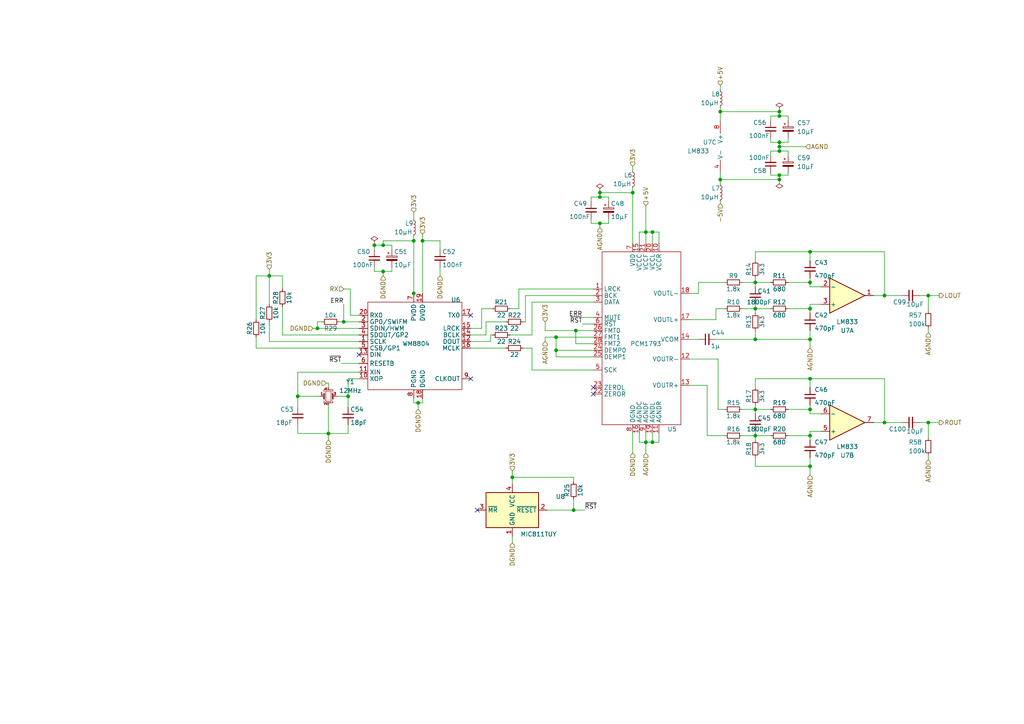
<source format=kicad_sch>
(kicad_sch (version 20231120) (generator "eeschema") (generator_version "8.0")
  (paper "A4")
  (lib_symbols
    (symbol "Amplifier_Operational:OPA2134" (pin_names (offset 0.127))
      (property "Reference" "U" (at 0 5.08 0))
      (property "Value" "OPA2134" (at 0 -5.08 0))
      (symbol "OPA2134_1_1"
        (polyline (pts (xy -5.08 5.08) (xy 5.08 0) (xy -5.08 -5.08) (xy -5.08 5.08)) (stroke (width 0.254)) (fill (type background)))
        (pin output line (at 7.62 0 180) (length 2.54) (name "~") (number "1"))
        (pin input line (at -7.62 -2.54 0) (length 2.54) (name "-") (number "2"))
        (pin input line (at -7.62 2.54 0) (length 2.54) (name "+") (number "3"))
      )
      (symbol "OPA2134_2_1"
        (polyline (pts (xy -5.08 5.08) (xy 5.08 0) (xy -5.08 -5.08) (xy -5.08 5.08)) (stroke (width 0.254)) (fill (type background)))
        (pin input line (at -7.62 2.54 0) (length 2.54) (name "+") (number "5"))
        (pin input line (at -7.62 -2.54 0) (length 2.54) (name "-") (number "6"))
        (pin output line (at 7.62 0 180) (length 2.54) (name "~") (number "7"))
      )
      (symbol "OPA2134_3_1"
        (pin power_in line (at -2.54 -7.62 90) (length 3.81) (name "V-") (number "4"))
        (pin power_in line (at -2.54 7.62 270) (length 3.81) (name "V+") (number "8"))
      )
    )
    (symbol "CustomParts:PCM1793"
      (property "Reference" "U?" (at 6.985 -26.035 0))
      (property "Value" "PCM1793" (at 0 -1.27 0) (show_name))
      (symbol "PCM1793_0_1"
        (rectangle (start -12.7 25.4) (end 10.16 -24.765))
      )
      (symbol "PCM1793_1_1"
        (pin input line (at -15.24 14.605 0) (length 2.54) (name "LRCK") (number "1"))
        (pin power_in line (at 3.81 27.94 270) (length 2.54) (name "VCCR") (number "10"))
        (pin power_in line (at 3.81 -27.305 90) (length 2.54) (name "AGNDR") (number "11"))
        (pin output line (at 12.7 -5.715 180) (length 2.54) (name "VOUTR-") (number "12"))
        (pin output line (at 12.7 -13.335 180) (length 2.54) (name "VOUTR+") (number "13"))
        (pin output line (at 12.7 0 180) (length 2.54) (name "VCOM") (number "14"))
        (pin power_in line (at -1.905 27.94 270) (length 2.54) (name "VCCC") (number "15"))
        (pin power_in line (at -1.905 -27.305 90) (length 2.54) (name "AGNDC") (number "16"))
        (pin output line (at 12.7 5.715 180) (length 2.54) (name "VOUTL+") (number "17"))
        (pin output line (at 12.7 13.335 180) (length 2.54) (name "VOUTL-") (number "18"))
        (pin power_in line (at 1.905 -27.305 90) (length 2.54) (name "AGNDL") (number "19"))
        (pin input line (at -15.24 12.7 0) (length 2.54) (name "BCK") (number "2"))
        (pin power_in line (at 1.905 27.94 270) (length 2.54) (name "VCCL") (number "20"))
        (pin power_in line (at 0 27.94 270) (length 2.54) (name "VCCF") (number "21"))
        (pin input line (at -15.24 -15.875 0) (length 2.54) (name "ZEROR") (number "22"))
        (pin input line (at -15.24 -13.97 0) (length 2.54) (name "ZEROL") (number "23"))
        (pin input line (at -15.24 -3.175 0) (length 2.54) (name "DEMP0") (number "24"))
        (pin input line (at -15.24 -5.08 0) (length 2.54) (name "DEMP1") (number "25"))
        (pin input line (at -15.24 2.54 0) (length 2.54) (name "FMT0") (number "26"))
        (pin input line (at -15.24 0.635 0) (length 2.54) (name "FMT1") (number "27"))
        (pin input line (at -15.24 -1.27 0) (length 2.54) (name "FMT2") (number "28"))
        (pin input line (at -15.24 10.795 0) (length 2.54) (name "DATA") (number "3"))
        (pin input line (at -15.24 6.35 0) (length 2.54) (name "MUTE") (number "4"))
        (pin input line (at -15.24 -8.89 0) (length 2.54) (name "SCK") (number "5"))
        (pin input line (at -15.24 4.445 0) (length 2.54) (name "~{RST}") (number "6"))
        (pin power_in line (at -3.81 27.94 270) (length 2.54) (name "VDD") (number "7"))
        (pin power_in line (at -3.81 -27.305 90) (length 2.54) (name "DGND") (number "8"))
        (pin power_in line (at 0 -27.305 90) (length 2.54) (name "AGNDF") (number "9"))
      )
    )
    (symbol "CustomParts:WM8804"
      (property "Reference" "U?" (at 6.35 -4.445 0))
      (property "Value" "WM8804" (at -8.89 -4.445 0))
      (symbol "WM8804_0_1"
        (rectangle (start -13.97 22.225) (end 13.335 -3.175))
      )
      (symbol "WM8804_1_1"
        (pin input line (at -16.51 10.795 0) (length 2.54) (name "SCLK") (number "1"))
        (pin passive line (at -16.51 0 0) (length 2.54) (name "XOP") (number "10"))
        (pin passive line (at -16.51 1.905 0) (length 2.54) (name "XIN") (number "11"))
        (pin output line (at 15.875 10.795 180) (length 2.54) (name "DOUT") (number "12"))
        (pin input line (at -16.51 6.985 0) (length 2.54) (name "DIN") (number "13"))
        (pin output line (at 15.875 12.7 180) (length 2.54) (name "BCLK") (number "14"))
        (pin output line (at 15.875 14.605 180) (length 2.54) (name "LRCK") (number "15"))
        (pin output line (at 15.875 8.89 180) (length 2.54) (name "MCLK") (number "16"))
        (pin output line (at 15.875 18.415 180) (length 2.54) (name "TX0") (number "17"))
        (pin power_in line (at 1.905 -5.715 90) (length 2.54) (name "DGND") (number "18"))
        (pin power_in line (at 1.905 24.765 270) (length 2.54) (name "DVDD") (number "19"))
        (pin passive line (at -16.51 16.51 0) (length 2.54) (name "GP0/SWIFM") (number "2"))
        (pin input line (at -16.51 18.415 0) (length 2.54) (name "RX0") (number "20"))
        (pin passive line (at -16.51 14.605 0) (length 2.54) (name "SDIN/HWM") (number "3"))
        (pin passive line (at -16.51 12.7 0) (length 2.54) (name "SDOUT/GP2") (number "4"))
        (pin input line (at -16.51 8.89 0) (length 2.54) (name "CSB/GP1") (number "5"))
        (pin input line (at -16.51 4.445 0) (length 2.54) (name "RESETB") (number "6"))
        (pin power_in line (at -0.635 24.765 270) (length 2.54) (name "PVDD") (number "7"))
        (pin power_in line (at -0.635 -5.715 90) (length 2.54) (name "PGND") (number "8"))
        (pin output line (at 15.875 0 180) (length 2.54) (name "CLKOUT") (number "9"))
      )
    )
    (symbol "Device:C_Polarized_Small" (pin_numbers hide) (pin_names (offset 0.254) hide)
      (property "Reference" "C" (at 0.254 1.778 0))
      (property "Value" "C_Polarized_Small" (at 0.254 -2.032 0))
      (symbol "C_Polarized_Small_0_1"
        (rectangle (start -1.524 -0.3048) (end 1.524 -0.6858) (fill (type outline)))
        (rectangle (start -1.524 0.6858) (end 1.524 0.3048))
        (polyline (pts (xy -1.27 1.524) (xy -0.762 1.524)))
        (polyline (pts (xy -1.016 1.27) (xy -1.016 1.778)))
      )
      (symbol "C_Polarized_Small_1_1"
        (pin passive line (at 0 2.54 270) (length 1.8542) (name "~") (number "1"))
        (pin passive line (at 0 -2.54 90) (length 1.8542) (name "~") (number "2"))
      )
    )
    (symbol "Device:C_Small" (pin_numbers hide) (pin_names (offset 0.254) hide)
      (property "Reference" "C" (at 0.254 1.778 0))
      (property "Value" "C_Small" (at 0.254 -2.032 0))
      (symbol "C_Small_0_1"
        (polyline (pts (xy -1.524 -0.508) (xy 1.524 -0.508)) (stroke (width 0.3302)))
        (polyline (pts (xy -1.524 0.508) (xy 1.524 0.508)) (stroke (width 0.3048)))
      )
      (symbol "C_Small_1_1"
        (pin passive line (at 0 2.54 270) (length 2.032) (name "~") (number "1"))
        (pin passive line (at 0 -2.54 90) (length 2.032) (name "~") (number "2"))
      )
    )
    (symbol "Device:Crystal_GND24_Small" (pin_names (offset 1.016) hide)
      (property "Reference" "Y" (at 1.27 4.445 0))
      (property "Value" "Crystal_GND24_Small" (at 1.27 2.54 0))
      (symbol "Crystal_GND24_Small_0_1"
        (rectangle (start -0.762 -1.524) (end 0.762 1.524))
        (polyline (pts (xy -1.27 -0.762) (xy -1.27 0.762)) (stroke (width 0.381)))
        (polyline (pts (xy 1.27 -0.762) (xy 1.27 0.762)) (stroke (width 0.381)))
        (polyline (pts (xy -1.27 -1.27) (xy -1.27 -1.905) (xy 1.27 -1.905) (xy 1.27 -1.27)))
        (polyline (pts (xy -1.27 1.27) (xy -1.27 1.905) (xy 1.27 1.905) (xy 1.27 1.27)))
      )
      (symbol "Crystal_GND24_Small_1_1"
        (pin passive line (at -2.54 0 0) (length 1.27) (name "1") (number "1"))
        (pin passive line (at 0 -2.54 90) (length 0.635) (name "2") (number "2"))
        (pin passive line (at 2.54 0 180) (length 1.27) (name "3") (number "3"))
        (pin passive line (at 0 2.54 270) (length 0.635) (name "4") (number "4"))
      )
    )
    (symbol "Device:L_Small" (pin_numbers hide) (pin_names (offset 0.254) hide)
      (property "Reference" "L" (at 0.762 1.016 0))
      (property "Value" "L_Small" (at 0.762 -1.016 0))
      (symbol "L_Small_0_1"
        (arc (start 0 -2.032) (mid 0.5058 -1.524) (end 0 -1.016))
        (arc (start 0 -1.016) (mid 0.5058 -0.508) (end 0 0))
        (arc (start 0 0) (mid 0.5058 0.508) (end 0 1.016))
        (arc (start 0 1.016) (mid 0.5058 1.524) (end 0 2.032))
      )
      (symbol "L_Small_1_1"
        (pin passive line (at 0 2.54 270) (length 0.508) (name "~") (number "1"))
        (pin passive line (at 0 -2.54 90) (length 0.508) (name "~") (number "2"))
      )
    )
    (symbol "Device:R_Small" (pin_numbers hide) (pin_names (offset 0.254) hide)
      (property "Reference" "R" (at 0.762 0.508 0))
      (property "Value" "R_Small" (at 0.762 -1.016 0))
      (symbol "R_Small_0_1"
        (rectangle (start -0.762 1.778) (end 0.762 -1.778) (stroke (width 0.2032)))
      )
      (symbol "R_Small_1_1"
        (pin passive line (at 0 2.54 270) (length 0.762) (name "~") (number "1"))
        (pin passive line (at 0 -2.54 90) (length 0.762) (name "~") (number "2"))
      )
    )
    (symbol "Power_Supervisor:MIC811TUY"
      (property "Reference" "U" (at -7.62 6.35 0))
      (property "Value" "MIC811TUY" (at 1.27 6.35 0))
      (symbol "MIC811TUY_0_1"
        (rectangle (start -7.62 5.08) (end 7.62 -5.08) (stroke (width 0.254)) (fill (type background)))
      )
      (symbol "MIC811TUY_1_1"
        (pin power_in line (at 0 -7.62 90) (length 2.54) (name "GND") (number "1"))
        (pin output line (at 10.16 0 180) (length 2.54) (name "~{RESET}") (number "2"))
        (pin input line (at -10.16 0 0) (length 2.54) (name "~{MR}") (number "3"))
        (pin power_in line (at 0 7.62 270) (length 2.54) (name "VCC") (number "4"))
      )
    )
    (symbol "power:PWR_FLAG" (power) (pin_numbers hide) (pin_names (offset 0) hide)
      (property "Value" "PWR_FLAG" (at 0 3.81 0))
      (symbol "PWR_FLAG_0_0"
        (pin power_out line (at 0 0 90) (length 0) (name "pwr") (number "1"))
      )
      (symbol "PWR_FLAG_0_1"
        (polyline (pts (xy 0 0) (xy 0 1.27) (xy -1.016 1.905) (xy 0 2.54) (xy 1.016 1.905) (xy 0 1.27)))
      )
    )
  )
  (junction (at 234.95 73.025))
  (junction (at 208.915 32.385))
  (junction (at 226.06 43.815))
  (junction (at 167.005 95.885))
  (junction (at 256.54 85.725))
  (junction (at 226.06 33.655))
  (junction (at 234.95 109.855))
  (junction (at 226.06 32.385))
  (junction (at 269.24 85.725))
  (junction (at 234.95 126.365))
  (junction (at 226.06 50.8))
  (junction (at 120.015 85.09))
  (junction (at 219.075 126.365))
  (junction (at 208.915 52.07))
  (junction (at 161.29 97.79))
  (junction (at 226.06 52.07))
  (junction (at 173.99 57.15))
  (junction (at 219.075 81.915))
  (junction (at 189.23 67.31))
  (junction (at 78.105 80.01))
  (junction (at 187.325 128.27))
  (junction (at 219.075 118.745))
  (junction (at 234.95 118.745))
  (junction (at 219.075 89.535))
  (junction (at 234.95 98.425))
  (junction (at 173.99 55.88))
  (junction (at 121.285 116.84))
  (junction (at 226.06 42.545))
  (junction (at 148.59 138.43))
  (junction (at 100.965 114.935))
  (junction (at 111.125 78.74))
  (junction (at 161.29 101.6))
  (junction (at 99.695 93.345))
  (junction (at 173.99 64.77))
  (junction (at 269.24 122.555))
  (junction (at 120.015 69.85))
  (junction (at 108.585 71.12))
  (junction (at 226.06 41.275))
  (junction (at 183.515 55.88))
  (junction (at 187.325 67.31))
  (junction (at 234.95 89.535))
  (junction (at 92.075 95.25))
  (junction (at 189.23 128.27))
  (junction (at 234.95 81.915))
  (junction (at 234.95 135.255))
  (junction (at 95.25 125.73))
  (junction (at 111.125 71.12))
  (junction (at 219.075 98.425))
  (junction (at 122.555 69.85))
  (junction (at 86.36 114.935))
  (junction (at 256.54 122.555))
  (junction (at 166.37 147.955))
  (no_connect (at 136.525 91.44))
  (no_connect (at 172.085 114.3))
  (no_connect (at 104.14 102.87))
  (no_connect (at 138.43 147.955))
  (no_connect (at 136.525 109.855))
  (no_connect (at 172.085 112.395))
  (wire (pts (xy 228.6 50.165) (xy 228.6 50.8)))
  (wire (pts (xy 234.95 81.915) (xy 234.95 83.185)))
  (wire (pts (xy 101.6 83.82) (xy 101.6 91.44)))
  (wire (pts (xy 95.25 125.73) (xy 100.965 125.73)))
  (wire (pts (xy 219.075 109.855) (xy 234.95 109.855)))
  (wire (pts (xy 256.54 73.025) (xy 256.54 85.725)))
  (wire (pts (xy 226.06 33.655) (xy 228.6 33.655)))
  (wire (pts (xy 139.7 89.535) (xy 142.875 89.535)))
  (wire (pts (xy 234.95 109.855) (xy 256.54 109.855)))
  (wire (pts (xy 208.28 118.745) (xy 208.28 104.14)))
  (wire (pts (xy 113.665 78.74) (xy 113.665 77.47)))
  (wire (pts (xy 142.24 97.155) (xy 142.875 97.155)))
  (wire (pts (xy 185.42 128.27) (xy 187.325 128.27)))
  (wire (pts (xy 95.25 111.125) (xy 94.615 111.125)))
  (wire (pts (xy 208.915 31.115) (xy 208.915 32.385)))
  (wire (pts (xy 253.365 122.555) (xy 256.54 122.555)))
  (wire (pts (xy 202.565 81.915) (xy 202.565 85.09)))
  (wire (pts (xy 148.59 138.43) (xy 148.59 140.335)))
  (wire (pts (xy 111.125 78.74) (xy 111.125 80.01)))
  (wire (pts (xy 104.14 100.965) (xy 74.295 100.965)))
  (wire (pts (xy 256.54 85.725) (xy 261.62 85.725)))
  (wire (pts (xy 253.365 85.725) (xy 256.54 85.725)))
  (wire (pts (xy 78.105 80.01) (xy 78.105 88.265)))
  (wire (pts (xy 219.075 126.365) (xy 223.52 126.365)))
  (wire (pts (xy 269.24 122.555) (xy 272.415 122.555)))
  (wire (pts (xy 226.06 42.545) (xy 226.06 43.815)))
  (wire (pts (xy 122.555 69.85) (xy 122.555 85.09)))
  (wire (pts (xy 223.52 50.8) (xy 226.06 50.8)))
  (wire (pts (xy 266.7 122.555) (xy 269.24 122.555)))
  (wire (pts (xy 234.95 89.535) (xy 234.95 88.265)))
  (wire (pts (xy 219.075 89.535) (xy 219.075 90.805)))
  (wire (pts (xy 99.06 105.41) (xy 104.14 105.41)))
  (wire (pts (xy 189.23 125.73) (xy 189.23 128.27)))
  (wire (pts (xy 187.325 67.31) (xy 187.325 70.485)))
  (wire (pts (xy 104.14 99.06) (xy 78.105 99.06)))
  (wire (pts (xy 234.95 135.255) (xy 234.95 137.795)))
  (wire (pts (xy 168.91 92.075) (xy 172.085 92.075)))
  (wire (pts (xy 148.59 136.525) (xy 148.59 138.43)))
  (wire (pts (xy 189.23 67.31) (xy 191.135 67.31)))
  (wire (pts (xy 99.695 88.265) (xy 99.695 93.345)))
  (wire (pts (xy 171.45 57.15) (xy 173.99 57.15)))
  (wire (pts (xy 183.515 55.88) (xy 173.99 55.88)))
  (wire (pts (xy 219.075 118.745) (xy 219.075 120.015)))
  (wire (pts (xy 166.37 144.78) (xy 166.37 147.955)))
  (wire (pts (xy 205.105 111.76) (xy 205.105 126.365)))
  (wire (pts (xy 120.015 68.58) (xy 120.015 69.85)))
  (wire (pts (xy 200.025 111.76) (xy 205.105 111.76)))
  (wire (pts (xy 219.075 132.715) (xy 219.075 135.255)))
  (wire (pts (xy 154.305 107.315) (xy 172.085 107.315)))
  (wire (pts (xy 205.105 126.365) (xy 210.185 126.365)))
  (wire (pts (xy 234.95 88.265) (xy 238.125 88.265)))
  (wire (pts (xy 176.53 57.15) (xy 176.53 58.42)))
  (wire (pts (xy 150.495 83.82) (xy 172.085 83.82)))
  (wire (pts (xy 189.23 67.31) (xy 189.23 70.485)))
  (wire (pts (xy 161.29 97.79) (xy 161.29 101.6)))
  (wire (pts (xy 108.585 78.74) (xy 111.125 78.74)))
  (wire (pts (xy 148.59 138.43) (xy 166.37 138.43)))
  (wire (pts (xy 147.955 97.155) (xy 154.305 97.155)))
  (wire (pts (xy 228.6 41.275) (xy 228.6 40.005)))
  (wire (pts (xy 120.015 116.84) (xy 121.285 116.84)))
  (wire (pts (xy 97.79 114.935) (xy 100.965 114.935)))
  (wire (pts (xy 234.95 120.015) (xy 238.125 120.015)))
  (wire (pts (xy 166.37 139.7) (xy 166.37 138.43)))
  (wire (pts (xy 148.59 155.575) (xy 148.59 157.48)))
  (wire (pts (xy 219.075 81.915) (xy 219.075 83.185)))
  (wire (pts (xy 158.75 147.955) (xy 166.37 147.955)))
  (wire (pts (xy 108.585 72.39) (xy 108.585 71.12)))
  (wire (pts (xy 208.28 104.14) (xy 200.025 104.14)))
  (wire (pts (xy 228.6 81.915) (xy 234.95 81.915)))
  (wire (pts (xy 226.06 43.815) (xy 228.6 43.815)))
  (wire (pts (xy 152.4 85.725) (xy 152.4 93.345)))
  (wire (pts (xy 187.325 67.31) (xy 189.23 67.31)))
  (wire (pts (xy 189.23 128.27) (xy 191.135 128.27)))
  (wire (pts (xy 171.45 64.77) (xy 173.99 64.77)))
  (wire (pts (xy 120.015 86.36) (xy 120.015 85.09)))
  (wire (pts (xy 176.53 64.77) (xy 176.53 63.5)))
  (wire (pts (xy 208.915 32.385) (xy 208.915 34.925)))
  (wire (pts (xy 187.325 128.27) (xy 187.325 131.445)))
  (wire (pts (xy 234.95 80.645) (xy 234.95 81.915)))
  (wire (pts (xy 234.95 83.185) (xy 238.125 83.185)))
  (wire (pts (xy 122.555 69.85) (xy 127.635 69.85)))
  (wire (pts (xy 187.325 125.73) (xy 187.325 128.27)))
  (wire (pts (xy 234.95 73.025) (xy 234.95 75.565)))
  (wire (pts (xy 99.695 83.82) (xy 101.6 83.82)))
  (wire (pts (xy 226.06 50.8) (xy 228.6 50.8)))
  (wire (pts (xy 100.965 109.855) (xy 104.14 109.855)))
  (wire (pts (xy 154.305 87.63) (xy 172.085 87.63)))
  (wire (pts (xy 215.265 126.365) (xy 219.075 126.365)))
  (wire (pts (xy 219.075 89.535) (xy 219.075 88.265)))
  (wire (pts (xy 219.075 80.645) (xy 219.075 81.915)))
  (wire (pts (xy 158.115 95.885) (xy 167.005 95.885)))
  (wire (pts (xy 120.015 69.85) (xy 120.015 85.09)))
  (wire (pts (xy 147.955 89.535) (xy 150.495 89.535)))
  (wire (pts (xy 92.075 95.25) (xy 104.14 95.25)))
  (wire (pts (xy 166.37 147.955) (xy 169.545 147.955)))
  (wire (pts (xy 185.42 67.31) (xy 185.42 70.485)))
  (wire (pts (xy 86.36 114.935) (xy 86.36 118.11)))
  (wire (pts (xy 234.95 117.475) (xy 234.95 118.745)))
  (wire (pts (xy 183.515 54.61) (xy 183.515 55.88)))
  (wire (pts (xy 208.915 52.07) (xy 226.06 52.07)))
  (wire (pts (xy 208.915 32.385) (xy 226.06 32.385)))
  (wire (pts (xy 173.99 57.15) (xy 176.53 57.15)))
  (wire (pts (xy 183.515 55.88) (xy 183.515 70.485)))
  (wire (pts (xy 187.325 128.27) (xy 189.23 128.27)))
  (wire (pts (xy 95.25 117.475) (xy 95.25 125.73)))
  (wire (pts (xy 122.555 116.84) (xy 122.555 115.57)))
  (wire (pts (xy 136.525 99.06) (xy 142.24 99.06)))
  (wire (pts (xy 191.135 67.31) (xy 191.135 70.485)))
  (wire (pts (xy 158.115 93.345) (xy 158.115 95.885)))
  (wire (pts (xy 86.36 107.95) (xy 86.36 114.935)))
  (wire (pts (xy 121.285 116.84) (xy 122.555 116.84)))
  (wire (pts (xy 127.635 72.39) (xy 127.635 69.85)))
  (wire (pts (xy 234.95 126.365) (xy 234.95 125.095)))
  (wire (pts (xy 256.54 122.555) (xy 261.62 122.555)))
  (wire (pts (xy 228.6 43.815) (xy 228.6 45.085)))
  (wire (pts (xy 95.25 125.73) (xy 95.25 127.635)))
  (wire (pts (xy 256.54 109.855) (xy 256.54 122.555)))
  (wire (pts (xy 234.95 98.425) (xy 234.95 100.965)))
  (wire (pts (xy 154.305 107.315) (xy 154.305 100.965)))
  (wire (pts (xy 223.52 43.815) (xy 226.06 43.815)))
  (wire (pts (xy 100.965 114.935) (xy 100.965 109.855)))
  (wire (pts (xy 168.91 93.98) (xy 172.085 93.98)))
  (wire (pts (xy 172.085 99.695) (xy 167.005 99.695)))
  (wire (pts (xy 234.95 132.715) (xy 234.95 135.255)))
  (wire (pts (xy 208.915 50.165) (xy 208.915 52.07)))
  (wire (pts (xy 93.345 93.345) (xy 92.075 93.345)))
  (wire (pts (xy 234.95 73.025) (xy 256.54 73.025)))
  (wire (pts (xy 120.015 69.85) (xy 111.125 69.85)))
  (wire (pts (xy 81.915 83.82) (xy 81.915 80.01)))
  (wire (pts (xy 269.24 85.725) (xy 269.24 90.17)))
  (wire (pts (xy 146.685 93.345) (xy 140.97 93.345)))
  (wire (pts (xy 158.115 97.79) (xy 161.29 97.79)))
  (wire (pts (xy 101.6 91.44) (xy 104.14 91.44)))
  (wire (pts (xy 226.06 41.275) (xy 228.6 41.275)))
  (wire (pts (xy 111.125 78.74) (xy 113.665 78.74)))
  (wire (pts (xy 142.24 99.06) (xy 142.24 97.155)))
  (wire (pts (xy 74.295 80.01) (xy 78.105 80.01)))
  (wire (pts (xy 158.115 99.06) (xy 158.115 97.79)))
  (wire (pts (xy 219.075 117.475) (xy 219.075 118.745)))
  (wire (pts (xy 78.105 99.06) (xy 78.105 93.345)))
  (wire (pts (xy 81.915 97.155) (xy 104.14 97.155)))
  (wire (pts (xy 219.075 112.395) (xy 219.075 109.855)))
  (wire (pts (xy 215.265 81.915) (xy 219.075 81.915)))
  (wire (pts (xy 78.105 78.105) (xy 78.105 80.01)))
  (wire (pts (xy 167.005 95.885) (xy 167.005 99.695)))
  (wire (pts (xy 207.645 92.71) (xy 200.025 92.71)))
  (wire (pts (xy 104.14 107.95) (xy 86.36 107.95)))
  (wire (pts (xy 226.06 40.64) (xy 226.06 41.275)))
  (wire (pts (xy 113.665 71.12) (xy 113.665 72.39)))
  (wire (pts (xy 121.285 116.84) (xy 121.285 118.745)))
  (wire (pts (xy 210.185 81.915) (xy 202.565 81.915)))
  (wire (pts (xy 183.515 48.26) (xy 183.515 49.53)))
  (wire (pts (xy 228.6 126.365) (xy 234.95 126.365)))
  (wire (pts (xy 154.305 97.155) (xy 154.305 87.63)))
  (wire (pts (xy 219.075 118.745) (xy 223.52 118.745)))
  (wire (pts (xy 223.52 45.085) (xy 223.52 43.815)))
  (wire (pts (xy 100.965 125.73) (xy 100.965 123.19)))
  (wire (pts (xy 172.085 103.505) (xy 161.29 103.505)))
  (wire (pts (xy 215.265 89.535) (xy 219.075 89.535)))
  (wire (pts (xy 139.7 95.25) (xy 136.525 95.25)))
  (wire (pts (xy 81.915 80.01) (xy 78.105 80.01)))
  (wire (pts (xy 90.805 95.25) (xy 92.075 95.25)))
  (wire (pts (xy 223.52 34.925) (xy 223.52 33.655)))
  (wire (pts (xy 266.7 85.725) (xy 269.24 85.725)))
  (wire (pts (xy 154.305 100.965) (xy 151.765 100.965)))
  (wire (pts (xy 226.06 41.275) (xy 226.06 42.545)))
  (wire (pts (xy 234.95 125.095) (xy 238.125 125.095)))
  (wire (pts (xy 269.24 95.25) (xy 269.24 96.52)))
  (wire (pts (xy 219.075 95.885) (xy 219.075 98.425)))
  (wire (pts (xy 86.36 125.73) (xy 95.25 125.73)))
  (wire (pts (xy 228.6 33.655) (xy 228.6 34.925)))
  (wire (pts (xy 86.36 123.19) (xy 86.36 125.73)))
  (wire (pts (xy 210.185 89.535) (xy 207.645 89.535)))
  (wire (pts (xy 108.585 77.47) (xy 108.585 78.74)))
  (wire (pts (xy 99.695 93.345) (xy 104.14 93.345)))
  (wire (pts (xy 219.075 81.915) (xy 223.52 81.915)))
  (wire (pts (xy 161.29 103.505) (xy 161.29 101.6)))
  (wire (pts (xy 269.24 85.725) (xy 272.415 85.725)))
  (wire (pts (xy 215.265 118.745) (xy 219.075 118.745)))
  (wire (pts (xy 223.52 40.005) (xy 223.52 41.275)))
  (wire (pts (xy 86.36 114.935) (xy 92.71 114.935)))
  (wire (pts (xy 228.6 89.535) (xy 234.95 89.535)))
  (wire (pts (xy 226.06 42.545) (xy 233.68 42.545)))
  (wire (pts (xy 208.915 53.34) (xy 208.915 52.07)))
  (wire (pts (xy 122.555 67.945) (xy 122.555 69.85)))
  (wire (pts (xy 185.42 67.31) (xy 187.325 67.31)))
  (wire (pts (xy 219.075 126.365) (xy 219.075 127.635)))
  (wire (pts (xy 226.06 50.8) (xy 226.06 52.07)))
  (wire (pts (xy 167.005 95.885) (xy 172.085 95.885)))
  (wire (pts (xy 173.99 55.88) (xy 173.99 57.15)))
  (wire (pts (xy 234.95 89.535) (xy 234.95 90.805)))
  (wire (pts (xy 127.635 77.47) (xy 127.635 80.01)))
  (wire (pts (xy 207.645 98.425) (xy 219.075 98.425)))
  (wire (pts (xy 95.25 112.395) (xy 95.25 111.125)))
  (wire (pts (xy 172.085 97.79) (xy 161.29 97.79)))
  (wire (pts (xy 200.025 98.425) (xy 202.565 98.425)))
  (wire (pts (xy 161.29 101.6) (xy 172.085 101.6)))
  (wire (pts (xy 219.075 98.425) (xy 234.95 98.425)))
  (wire (pts (xy 234.95 95.885) (xy 234.95 98.425)))
  (wire (pts (xy 234.95 109.855) (xy 234.95 112.395)))
  (wire (pts (xy 269.24 132.08) (xy 269.24 133.35)))
  (wire (pts (xy 228.6 118.745) (xy 234.95 118.745)))
  (wire (pts (xy 140.97 97.155) (xy 136.525 97.155)))
  (wire (pts (xy 187.325 59.69) (xy 187.325 67.31)))
  (wire (pts (xy 100.965 114.935) (xy 100.965 118.11)))
  (wire (pts (xy 219.075 126.365) (xy 219.075 125.095)))
  (wire (pts (xy 208.915 24.765) (xy 208.915 26.035)))
  (wire (pts (xy 152.4 85.725) (xy 172.085 85.725)))
  (wire (pts (xy 171.45 63.5) (xy 171.45 64.77)))
  (wire (pts (xy 98.425 93.345) (xy 99.695 93.345)))
  (wire (pts (xy 223.52 41.275) (xy 226.06 41.275)))
  (wire (pts (xy 210.185 118.745) (xy 208.28 118.745)))
  (wire (pts (xy 207.645 89.535) (xy 207.645 92.71)))
  (wire (pts (xy 146.685 100.965) (xy 136.525 100.965)))
  (wire (pts (xy 74.295 100.965) (xy 74.295 97.79)))
  (wire (pts (xy 171.45 58.42) (xy 171.45 57.15)))
  (wire (pts (xy 219.075 73.025) (xy 234.95 73.025)))
  (wire (pts (xy 223.52 33.655) (xy 226.06 33.655)))
  (wire (pts (xy 183.515 125.73) (xy 183.515 131.445)))
  (wire (pts (xy 173.99 64.77) (xy 173.99 66.04)))
  (wire (pts (xy 223.52 50.8) (xy 223.52 50.165)))
  (wire (pts (xy 191.135 128.27) (xy 191.135 125.73)))
  (wire (pts (xy 108.585 71.12) (xy 111.125 71.12)))
  (wire (pts (xy 111.125 69.85) (xy 111.125 71.12)))
  (wire (pts (xy 120.015 61.595) (xy 120.015 63.5)))
  (wire (pts (xy 234.95 118.745) (xy 234.95 120.015)))
  (wire (pts (xy 139.7 89.535) (xy 139.7 95.25)))
  (wire (pts (xy 234.95 126.365) (xy 234.95 127.635)))
  (wire (pts (xy 202.565 85.09) (xy 200.025 85.09)))
  (wire (pts (xy 208.915 58.42) (xy 208.915 59.055)))
  (wire (pts (xy 92.075 93.345) (xy 92.075 95.25)))
  (wire (pts (xy 185.42 125.73) (xy 185.42 128.27)))
  (wire (pts (xy 120.015 115.57) (xy 120.015 116.84)))
  (wire (pts (xy 74.295 92.71) (xy 74.295 80.01)))
  (wire (pts (xy 150.495 89.535) (xy 150.495 83.82)))
  (wire (pts (xy 269.24 122.555) (xy 269.24 127)))
  (wire (pts (xy 219.075 75.565) (xy 219.075 73.025)))
  (wire (pts (xy 219.075 89.535) (xy 223.52 89.535)))
  (wire (pts (xy 81.915 88.9) (xy 81.915 97.155)))
  (wire (pts (xy 140.97 93.345) (xy 140.97 97.155)))
  (wire (pts (xy 152.4 93.345) (xy 151.765 93.345)))
  (wire (pts (xy 173.99 64.77) (xy 176.53 64.77)))
  (wire (pts (xy 226.06 33.655) (xy 226.06 32.385)))
  (wire (pts (xy 219.075 135.255) (xy 234.95 135.255)))
  (wire (pts (xy 111.125 71.12) (xy 113.665 71.12)))
  (label "~{RST}" (at 169.545 147.955 0))
  (label "ERR" (at 99.695 88.265 180))
  (label "~{RST}" (at 168.91 93.98 180))
  (label "~{RST}" (at 99.06 105.41 180))
  (label "ERR" (at 168.91 92.075 180))
  (hierarchical_label "3V3" (shape input) (at 148.59 136.525 90))
  (hierarchical_label "DGND" (shape input) (at 111.125 80.01 270))
  (hierarchical_label "AGND" (shape input) (at 269.24 96.52 270))
  (hierarchical_label "AGND" (shape input) (at 234.95 100.965 270))
  (hierarchical_label "DGND" (shape input) (at 148.59 157.48 270))
  (hierarchical_label "DGND" (shape input) (at 183.515 131.445 270))
  (hierarchical_label "DGND" (shape input) (at 127.635 80.01 270))
  (hierarchical_label "3V3" (shape input) (at 158.115 93.345 90))
  (hierarchical_label "3V3" (shape input) (at 122.555 67.945 90))
  (hierarchical_label "DGND" (shape input) (at 121.285 118.745 270))
  (hierarchical_label "LOUT" (shape output) (at 272.415 85.725 0))
  (hierarchical_label "AGND" (shape input) (at 158.115 99.06 270))
  (hierarchical_label "-5V" (shape input) (at 208.915 59.055 270))
  (hierarchical_label "AGND" (shape input) (at 187.325 131.445 270))
  (hierarchical_label "+5V" (shape input) (at 208.915 24.765 90))
  (hierarchical_label "AGND" (shape input) (at 269.24 133.35 270))
  (hierarchical_label "AGND" (shape input) (at 234.95 137.795 270))
  (hierarchical_label "ROUT" (shape output) (at 272.415 122.555 0))
  (hierarchical_label "DGND" (shape input) (at 95.25 127.635 270))
  (hierarchical_label "DGND" (shape input) (at 94.615 111.125 180))
  (hierarchical_label "3V3" (shape input) (at 183.515 48.26 90))
  (hierarchical_label "AGND" (shape input) (at 173.99 66.04 270))
  (hierarchical_label "3V3" (shape input) (at 78.105 78.105 90))
  (hierarchical_label "RX" (shape input) (at 99.695 83.82 180))
  (hierarchical_label "DGND" (shape input) (at 90.805 95.25 180))
  (hierarchical_label "3V3" (shape input) (at 120.015 61.595 90))
  (hierarchical_label "AGND" (shape input) (at 233.68 42.545 0))
  (hierarchical_label "+5V" (shape input) (at 187.325 59.69 90))
  (symbol (lib_id "Device:R_Small") (at 166.37 142.24 0) (unit 1)
    (property "Reference" "R25" (at 164.465 142.24 90))
    (property "Value" "10k" (at 168.275 142.24 90))
    (property "Footprint" "Resistor_SMD:R_0603_1608Metric_Pad0.98x0.95mm_HandSolder" (effects (hide yes)))
    (property "LCSC" "C25804" (effects (hide yes)))
  )
  (symbol (lib_id "Device:C_Small") (at 264.16 122.555 90) (unit 1)
    (property "Reference" "C100" (at 262.89 124.46 90) (effects (justify left)))
    (property "Value" "10µF" (at 267.97 125.095 90) (effects (justify left)))
    (property "Footprint" "Capacitor_SMD:CP_Elec_4x5.4" (effects (hide yes)))
    (property "DK" "732-8341-1-ND" (effects (hide yes)))
  )
  (symbol (lib_id "Device:R_Small") (at 74.295 95.25 0) (unit 1)
    (property "Reference" "R26" (at 72.39 95.25 90))
    (property "Value" "10k" (at 76.2 95.25 90))
    (property "Footprint" "Resistor_SMD:R_0603_1608Metric_Pad0.98x0.95mm_HandSolder" (effects (hide yes)))
    (property "LCSC" "C25804" (effects (hide yes)))
  )
  (symbol (lib_id "Device:C_Small") (at 100.965 120.65 0) (unit 1)
    (property "Reference" "C54" (at 101.6 118.745 0) (effects (justify left)))
    (property "Value" "18pF" (at 101.6 122.555 0) (effects (justify left)))
    (property "Footprint" "Capacitor_SMD:C_0603_1608Metric_Pad1.08x0.95mm_HandSolder" (effects (hide yes)))
    (property "LCSC" "C1647" (effects (hide yes)))
  )
  (symbol (lib_id "Device:C_Small") (at 108.585 74.93 0) (unit 1)
    (property "Reference" "C50" (at 103.505 73.025 0) (effects (justify left)))
    (property "Value" "100nF" (at 102.235 76.835 0) (effects (justify left)))
    (property "Footprint" "Capacitor_SMD:C_0805_2012Metric_Pad1.18x1.45mm_HandSolder" (effects (hide yes)))
    (property "LCSC" "C28233" (effects (hide yes)))
  )
  (symbol (lib_id "Device:R_Small") (at 269.24 92.71 0) (unit 1)
    (property "Reference" "R57" (at 263.525 91.44 0) (effects (justify left)))
    (property "Value" "100k" (at 263.525 93.98 0) (effects (justify left)))
    (property "Footprint" "Resistor_SMD:R_0603_1608Metric_Pad0.98x0.95mm_HandSolder" (effects (hide yes)))
    (property "LCSC" "C25803" (effects (hide yes)))
  )
  (symbol (lib_id "Device:R_Small") (at 149.225 100.965 270) (unit 1)
    (property "Reference" "R24" (at 149.225 99.06 90))
    (property "Value" "22" (at 149.225 102.87 90))
    (property "Footprint" "Resistor_SMD:R_0603_1608Metric_Pad0.98x0.95mm_HandSolder" (effects (hide yes)))
    (property "LCSC" "C23345" (effects (hide yes)))
  )
  (symbol (lib_id "Device:C_Small") (at 171.45 60.96 0) (unit 1)
    (property "Reference" "C49" (at 166.37 59.055 0) (effects (justify left)))
    (property "Value" "100nF" (at 165.1 62.865 0) (effects (justify left)))
    (property "Footprint" "Capacitor_SMD:C_0805_2012Metric_Pad1.18x1.45mm_HandSolder" (effects (hide yes)))
    (property "LCSC" "C28233" (effects (hide yes)))
  )
  (symbol (lib_id "power:PWR_FLAG") (at 226.06 32.385 0) (unit 1)
    (property "Reference" "#FLG07" (effects (hide yes)))
    (property "Value" "PWR_FLAG" (effects (hide yes)))
  )
  (symbol (lib_id "Device:Crystal_GND24_Small") (at 95.25 114.935 0) (unit 1)
    (property "Reference" "Y1" (at 101.6 110.7441 0))
    (property "Value" "12MHz" (at 101.6 113.2841 0))
    (property "Footprint" "Crystal:Crystal_SMD_3225-4Pin_3.2x2.5mm_HandSoldering" (effects (hide yes)))
    (property "DK" "CTX839CT-ND" (effects (hide yes)))
    (property "LCSC" "C9002" (effects (hide yes)))
  )
  (symbol (lib_id "Device:R_Small") (at 226.06 126.365 270) (unit 1)
    (property "Reference" "R20" (at 226.06 124.46 90))
    (property "Value" "680" (at 226.06 128.27 90))
    (property "Footprint" "Resistor_SMD:R_0603_1608Metric_Pad0.98x0.95mm_HandSolder" (effects (hide yes)))
    (property "LCSC" "C23228" (effects (hide yes)))
  )
  (symbol (lib_id "Device:R_Small") (at 219.075 78.105 0) (unit 1)
    (property "Reference" "R14" (at 217.17 78.105 90))
    (property "Value" "3k3" (at 220.98 78.105 90))
    (property "Footprint" "Resistor_SMD:R_0603_1608Metric_Pad0.98x0.95mm_HandSolder" (effects (hide yes)))
    (property "LCSC" "C22978" (effects (hide yes)))
  )
  (symbol (lib_id "Device:R_Small") (at 145.415 89.535 270) (unit 1)
    (property "Reference" "R21" (at 145.415 87.63 90))
    (property "Value" "22" (at 145.415 91.44 90))
    (property "Footprint" "Resistor_SMD:R_0603_1608Metric_Pad0.98x0.95mm_HandSolder" (effects (hide yes)))
    (property "LCSC" "C23345" (effects (hide yes)))
  )
  (symbol (lib_id "Device:R_Small") (at 226.06 89.535 270) (unit 1)
    (property "Reference" "R12" (at 226.06 87.63 90))
    (property "Value" "680" (at 226.06 91.44 90))
    (property "Footprint" "Resistor_SMD:R_0603_1608Metric_Pad0.98x0.95mm_HandSolder" (effects (hide yes)))
    (property "LCSC" "C23228" (effects (hide yes)))
  )
  (symbol (lib_id "Device:C_Small") (at 127.635 74.93 0) (unit 1)
    (property "Reference" "C52" (at 128.27 73.025 0) (effects (justify left)))
    (property "Value" "100nF" (at 128.27 76.835 0) (effects (justify left)))
    (property "Footprint" "Capacitor_SMD:C_0805_2012Metric_Pad1.18x1.45mm_HandSolder" (effects (hide yes)))
    (property "LCSC" "C28233" (effects (hide yes)))
  )
  (symbol (lib_id "Amplifier_Operational:OPA2134") (at 211.455 42.545 0) (unit 3)
    (property "Reference" "U7" (at 203.835 41.275 0) (effects (justify left)))
    (property "Value" "LM833" (at 199.39 43.815 0) (effects (justify left)))
    (property "Footprint" "Package_SO:SOIC-8_5.23x5.23mm_P1.27mm" (effects (hide yes)))
    (property "Datasheet" "http://www.ti.com/lit/ds/symlink/opa134.pdf" (effects (hide yes)))
  )
  (symbol (lib_id "CustomParts:WM8804") (at 120.65 109.855 0) (unit 1)
    (property "Reference" "U6" (at 130.81 86.995 0) (effects (justify left)))
    (property "Value" "WM8804" (at 120.65 99.695 0))
    (property "Footprint" "Package_SO:SSOP-20_5.3x7.2mm_P0.65mm" (effects (hide yes)))
  )
  (symbol (lib_id "Device:R_Small") (at 269.24 129.54 0) (unit 1)
    (property "Reference" "R58" (at 263.525 128.27 0) (effects (justify left)))
    (property "Value" "100k" (at 263.525 130.81 0) (effects (justify left)))
    (property "Footprint" "Resistor_SMD:R_0603_1608Metric_Pad0.98x0.95mm_HandSolder" (effects (hide yes)))
    (property "LCSC" "C25803" (effects (hide yes)))
  )
  (symbol (lib_id "Device:L_Small") (at 208.915 55.88 0) (unit 1)
    (property "Reference" "L7" (at 206.375 54.61 0) (effects (justify left)))
    (property "Value" "10µH" (at 203.2 57.15 0) (effects (justify left)))
    (property "Footprint" "Inductor_SMD:L_0805_2012Metric_Pad1.15x1.40mm_HandSolder" (effects (hide yes)))
    (property "LCSC" "C1046" (effects (hide yes)))
  )
  (symbol (lib_id "Device:L_Small") (at 120.015 66.04 0) (unit 1)
    (property "Reference" "L9" (at 117.475 64.77 0) (effects (justify left)))
    (property "Value" "10µH" (at 114.3 67.31 0) (effects (justify left)))
    (property "Footprint" "Inductor_SMD:L_0805_2012Metric_Pad1.15x1.40mm_HandSolder" (effects (hide yes)))
    (property "LCSC" "C1046" (effects (hide yes)))
  )
  (symbol (lib_id "Device:R_Small") (at 212.725 118.745 270) (unit 1)
    (property "Reference" "R15" (at 212.725 116.84 90))
    (property "Value" "1.8k" (at 212.725 120.65 90))
    (property "Footprint" "Resistor_SMD:R_0603_1608Metric_Pad0.98x0.95mm_HandSolder" (effects (hide yes)))
    (property "LCSC" "C4177" (effects (hide yes)))
  )
  (symbol (lib_id "Device:R_Small") (at 212.725 81.915 270) (unit 1)
    (property "Reference" "R9" (at 212.725 80.01 90))
    (property "Value" "1.8k" (at 212.725 83.82 90))
    (property "Footprint" "Resistor_SMD:R_0603_1608Metric_Pad0.98x0.95mm_HandSolder" (effects (hide yes)))
    (property "LCSC" "C4177" (effects (hide yes)))
  )
  (symbol (lib_id "Device:R_Small") (at 219.075 130.175 0) (unit 1)
    (property "Reference" "R18" (at 217.17 130.175 90))
    (property "Value" "3k3" (at 220.98 130.175 90))
    (property "Footprint" "Resistor_SMD:R_0603_1608Metric_Pad0.98x0.95mm_HandSolder" (effects (hide yes)))
    (property "LCSC" "C22978" (effects (hide yes)))
  )
  (symbol (lib_id "Amplifier_Operational:OPA2134") (at 245.745 85.725 0) (mirror x) (unit 1)
    (property "Reference" "U7" (at 245.745 95.885 0))
    (property "Value" "LM833" (at 245.745 93.345 0))
    (property "Footprint" "Package_SO:SOIC-8_5.23x5.23mm_P1.27mm" (effects (hide yes)))
    (property "Datasheet" "http://www.ti.com/lit/ds/symlink/opa134.pdf" (effects (hide yes)))
  )
  (symbol (lib_id "Device:R_Small") (at 226.06 81.915 270) (unit 1)
    (property "Reference" "R11" (at 226.06 80.01 90))
    (property "Value" "680" (at 226.06 83.82 90))
    (property "Footprint" "Resistor_SMD:R_0603_1608Metric_Pad0.98x0.95mm_HandSolder" (effects (hide yes)))
    (property "LCSC" "C23228" (effects (hide yes)))
  )
  (symbol (lib_id "Device:C_Polarized_Small") (at 228.6 47.625 0) (unit 1)
    (property "Reference" "C59" (at 231.14 45.8089 0) (effects (justify left)))
    (property "Value" "10µF" (at 231.14 48.3489 0) (effects (justify left)))
    (property "Footprint" "Capacitor_Tantalum_SMD:CP_EIA-3216-18_Kemet-A_Pad1.58x1.35mm_HandSolder" (effects (hide yes)))
  )
  (symbol (lib_id "Device:L_Small") (at 183.515 52.07 0) (unit 1)
    (property "Reference" "L6" (at 180.975 50.8 0) (effects (justify left)))
    (property "Value" "10µH" (at 177.8 53.34 0) (effects (justify left)))
    (property "Footprint" "Inductor_SMD:L_0805_2012Metric_Pad1.15x1.40mm_HandSolder" (effects (hide yes)))
    (property "LCSC" "C1046" (effects (hide yes)))
  )
  (symbol (lib_id "Device:C_Polarized_Small") (at 176.53 60.96 0) (unit 1)
    (property "Reference" "C48" (at 177.165 59.055 0) (effects (justify left)))
    (property "Value" "10µF" (at 177.165 62.865 0) (effects (justify left)))
    (property "Footprint" "Capacitor_Tantalum_SMD:CP_EIA-3216-18_Kemet-A_Pad1.58x1.35mm_HandSolder" (effects (hide yes)))
  )
  (symbol (lib_id "Device:C_Small") (at 264.16 85.725 90) (unit 1)
    (property "Reference" "C99" (at 262.89 87.63 90) (effects (justify left)))
    (property "Value" "10µF" (at 267.97 88.265 90) (effects (justify left)))
    (property "Footprint" "Capacitor_SMD:CP_Elec_4x5.4" (effects (hide yes)))
    (property "DK" "732-8341-1-ND" (effects (hide yes)))
  )
  (symbol (lib_id "Device:C_Polarized_Small") (at 228.6 37.465 0) (unit 1)
    (property "Reference" "C57" (at 231.14 35.6489 0) (effects (justify left)))
    (property "Value" "10µF" (at 231.14 38.1889 0) (effects (justify left)))
    (property "Footprint" "Capacitor_Tantalum_SMD:CP_EIA-3216-18_Kemet-A_Pad1.58x1.35mm_HandSolder" (effects (hide yes)))
  )
  (symbol (lib_id "power:PWR_FLAG") (at 173.99 55.88 0) (unit 1)
    (property "Reference" "#FLG019" (effects (hide yes)))
    (property "Value" "PWR_FLAG" (effects (hide yes)))
  )
  (symbol (lib_id "Power_Supervisor:MIC811TUY") (at 148.59 147.955 0) (unit 1)
    (property "Reference" "U8" (at 162.56 144.0689 0))
    (property "Value" "MIC811TUY" (at 156.21 154.94 0))
    (property "Footprint" "Package_TO_SOT_SMD:SOT-143" (effects (hide yes)))
    (property "Datasheet" "http://ww1.microchip.com/downloads/en/DeviceDoc/mic811.pdf" (effects (hide yes)))
  )
  (symbol (lib_id "Device:C_Small") (at 234.95 130.175 0) (unit 1)
    (property "Reference" "C47" (at 236.22 128.27 0) (effects (justify left)))
    (property "Value" "470pF" (at 236.22 132.08 0) (effects (justify left)))
    (property "Footprint" "Capacitor_SMD:C_0603_1608Metric_Pad1.08x0.95mm_HandSolder" (effects (hide yes)))
    (property "DK" "PCF1468CT-ND " (effects (hide yes)))
    (property "LCSC" "C1620" (effects (hide yes)))
  )
  (symbol (lib_id "Device:R_Small") (at 81.915 86.36 0) (unit 1)
    (property "Reference" "R28" (at 80.01 86.36 90))
    (property "Value" "10k" (at 83.82 86.36 90))
    (property "Footprint" "Resistor_SMD:R_0603_1608Metric_Pad0.98x0.95mm_HandSolder" (effects (hide yes)))
    (property "LCSC" "C25804" (effects (hide yes)))
  )
  (symbol (lib_id "Device:R_Small") (at 219.075 114.935 0) (unit 1)
    (property "Reference" "R17" (at 217.17 114.935 90))
    (property "Value" "3k3" (at 220.98 114.935 90))
    (property "Footprint" "Resistor_SMD:R_0603_1608Metric_Pad0.98x0.95mm_HandSolder" (effects (hide yes)))
    (property "LCSC" "C22978" (effects (hide yes)))
  )
  (symbol (lib_id "Device:R_Small") (at 145.415 97.155 270) (unit 1)
    (property "Reference" "R23" (at 145.415 95.25 90))
    (property "Value" "22" (at 145.415 99.06 90))
    (property "Footprint" "Resistor_SMD:R_0603_1608Metric_Pad0.98x0.95mm_HandSolder" (effects (hide yes)))
    (property "LCSC" "C23345" (effects (hide yes)))
  )
  (symbol (lib_id "CustomParts:PCM1793") (at 187.325 98.425 0) (unit 1)
    (property "Reference" "U5" (at 194.945 124.46 0))
    (property "Value" "PCM1793" (at 187.325 99.695 0))
    (property "Footprint" "Package_SO:SSOP-28_5.3x10.2mm_P0.65mm" (effects (hide yes)))
  )
  (symbol (lib_id "Device:C_Small") (at 219.075 122.555 0) (unit 1)
    (property "Reference" "C45" (at 219.71 121.285 0) (effects (justify left)))
    (property "Value" "1800pF" (at 216.535 124.46 0) (effects (justify left)))
    (property "Footprint" "Capacitor_THT:C_Rect_L7.2mm_W2.5mm_P5.00mm_FKS2_FKP2_MKS2_MKP2" (effects (hide yes)))
    (property "DK" "399-MMK5182K50J01L4BULK-ND" (effects (hide yes)))
  )
  (symbol (lib_id "Device:C_Small") (at 234.95 114.935 0) (unit 1)
    (property "Reference" "C46" (at 236.22 113.03 0) (effects (justify left)))
    (property "Value" "470pF" (at 236.22 116.84 0) (effects (justify left)))
    (property "Footprint" "Capacitor_SMD:C_0603_1608Metric_Pad1.08x0.95mm_HandSolder" (effects (hide yes)))
    (property "DK" "PCF1468CT-ND " (effects (hide yes)))
    (property "LCSC" "C1620" (effects (hide yes)))
  )
  (symbol (lib_id "Device:R_Small") (at 212.725 89.535 270) (unit 1)
    (property "Reference" "R10" (at 212.725 87.63 90))
    (property "Value" "1.8k" (at 212.725 91.44 90))
    (property "Footprint" "Resistor_SMD:R_0603_1608Metric_Pad0.98x0.95mm_HandSolder" (effects (hide yes)))
    (property "LCSC" "C4177" (effects (hide yes)))
  )
  (symbol (lib_id "Amplifier_Operational:OPA2134") (at 245.745 122.555 0) (mirror x) (unit 2)
    (property "Reference" "U7" (at 245.745 132.08 0))
    (property "Value" "LM833" (at 245.745 129.54 0))
    (property "Footprint" "Package_SO:SOIC-8_5.23x5.23mm_P1.27mm" (effects (hide yes)))
    (property "Datasheet" "http://www.ti.com/lit/ds/symlink/opa134.pdf" (effects (hide yes)))
  )
  (symbol (lib_id "Device:R_Small") (at 78.105 90.805 0) (unit 1)
    (property "Reference" "R27" (at 76.2 90.805 90))
    (property "Value" "10k" (at 80.01 90.805 90))
    (property "Footprint" "Resistor_SMD:R_0603_1608Metric_Pad0.98x0.95mm_HandSolder" (effects (hide yes)))
    (property "LCSC" "C25804" (effects (hide yes)))
  )
  (symbol (lib_id "Device:L_Small") (at 208.915 28.575 0) (unit 1)
    (property "Reference" "L8" (at 206.375 27.305 0) (effects (justify left)))
    (property "Value" "10µH" (at 203.2 29.845 0) (effects (justify left)))
    (property "Footprint" "Inductor_SMD:L_0805_2012Metric_Pad1.15x1.40mm_HandSolder" (effects (hide yes)))
    (property "LCSC" "C1046" (effects (hide yes)))
  )
  (symbol (lib_id "Device:C_Polarized_Small") (at 113.665 74.93 0) (unit 1)
    (property "Reference" "C51" (at 114.3 73.025 0) (effects (justify left)))
    (property "Value" "10µF" (at 114.3 76.835 0) (effects (justify left)))
    (property "Footprint" "Capacitor_Tantalum_SMD:CP_EIA-3216-18_Kemet-A_Pad1.58x1.35mm_HandSolder" (effects (hide yes)))
  )
  (symbol (lib_id "Device:C_Small") (at 223.52 47.625 0) (mirror x) (unit 1)
    (property "Reference" "C58" (at 218.44 49.53 0) (effects (justify left)))
    (property "Value" "100nF" (at 217.17 45.72 0) (effects (justify left)))
    (property "Footprint" "Capacitor_SMD:C_0805_2012Metric_Pad1.18x1.45mm_HandSolder" (effects (hide yes)))
    (property "LCSC" "C28233" (effects (hide yes)))
  )
  (symbol (lib_id "power:PWR_FLAG") (at 108.585 71.12 0) (unit 1)
    (property "Reference" "#FLG018" (effects (hide yes)))
    (property "Value" "PWR_FLAG" (effects (hide yes)))
  )
  (symbol (lib_id "Device:R_Small") (at 226.06 118.745 270) (unit 1)
    (property "Reference" "R19" (at 226.06 116.84 90))
    (property "Value" "680" (at 226.06 120.65 90))
    (property "Footprint" "Resistor_SMD:R_0603_1608Metric_Pad0.98x0.95mm_HandSolder" (effects (hide yes)))
    (property "LCSC" "C23228" (effects (hide yes)))
  )
  (symbol (lib_id "Device:C_Small") (at 234.95 78.105 0) (unit 1)
    (property "Reference" "C43" (at 236.22 76.2 0) (effects (justify left)))
    (property "Value" "470pF" (at 236.22 80.01 0) (effects (justify left)))
    (property "Footprint" "Capacitor_SMD:C_0603_1608Metric_Pad1.08x0.95mm_HandSolder" (effects (hide yes)))
    (property "DK" "PCF1468CT-ND " (effects (hide yes)))
    (property "LCSC" "C1620" (effects (hide yes)))
  )
  (symbol (lib_id "Device:C_Small") (at 223.52 37.465 0) (unit 1)
    (property "Reference" "C56" (at 218.44 35.56 0) (effects (justify left)))
    (property "Value" "100nF" (at 217.17 39.37 0) (effects (justify left)))
    (property "Footprint" "Capacitor_SMD:C_0805_2012Metric_Pad1.18x1.45mm_HandSolder" (effects (hide yes)))
    (property "LCSC" "C28233" (effects (hide yes)))
  )
  (symbol (lib_id "Device:R_Small") (at 219.075 93.345 0) (unit 1)
    (property "Reference" "R13" (at 217.17 93.345 90))
    (property "Value" "3k3" (at 220.98 93.345 90))
    (property "Footprint" "Resistor_SMD:R_0603_1608Metric_Pad0.98x0.95mm_HandSolder" (effects (hide yes)))
    (property "LCSC" "C22978" (effects (hide yes)))
  )
  (symbol (lib_id "power:PWR_FLAG") (at 226.06 52.07 180) (unit 1)
    (property "Reference" "#FLG08" (effects (hide yes)))
    (property "Value" "PWR_FLAG" (effects (hide yes)))
  )
  (symbol (lib_id "Device:R_Small") (at 95.885 93.345 90) (unit 1)
    (property "Reference" "R29" (at 95.885 95.25 90))
    (property "Value" "10k" (at 95.885 91.44 90))
    (property "Footprint" "Resistor_SMD:R_0603_1608Metric_Pad0.98x0.95mm_HandSolder" (effects (hide yes)))
    (property "LCSC" "C25804" (effects (hide yes)))
  )
  (symbol (lib_id "Device:C_Small") (at 234.95 93.345 0) (unit 1)
    (property "Reference" "C42" (at 236.22 91.44 0) (effects (justify left)))
    (property "Value" "470pF" (at 236.22 95.25 0) (effects (justify left)))
    (property "Footprint" "Capacitor_SMD:C_0603_1608Metric_Pad1.08x0.95mm_HandSolder" (effects (hide yes)))
    (property "DK" "PCF1468CT-ND " (effects (hide yes)))
    (property "LCSC" "C1620" (effects (hide yes)))
  )
  (symbol (lib_id "Device:R_Small") (at 149.225 93.345 270) (unit 1)
    (property "Reference" "R22" (at 149.225 91.44 90))
    (property "Value" "22" (at 149.225 95.25 90))
    (property "Footprint" "Resistor_SMD:R_0603_1608Metric_Pad0.98x0.95mm_HandSolder" (effects (hide yes)))
    (property "LCSC" "C23345" (effects (hide yes)))
  )
  (symbol (lib_id "Device:R_Small") (at 212.725 126.365 270) (unit 1)
    (property "Reference" "R16" (at 212.725 124.46 90))
    (property "Value" "1.8k" (at 212.725 128.27 90))
    (property "Footprint" "Resistor_SMD:R_0603_1608Metric_Pad0.98x0.95mm_HandSolder" (effects (hide yes)))
    (property "LCSC" "C4177" (effects (hide yes)))
  )
  (symbol (lib_id "Device:C_Small") (at 86.36 120.65 0) (unit 1)
    (property "Reference" "C53" (at 81.28 118.745 0) (effects (justify left)))
    (property "Value" "18pF" (at 80.01 122.555 0) (effects (justify left)))
    (property "Footprint" "Capacitor_SMD:C_0603_1608Metric_Pad1.08x0.95mm_HandSolder" (effects (hide yes)))
    (property "LCSC" "C1647" (effects (hide yes)))
  )
  (symbol (lib_id "Device:C_Small") (at 219.075 85.725 0) (unit 1)
    (property "Reference" "C41" (at 219.71 84.455 0) (effects (justify left)))
    (property "Value" "1800pF" (at 216.535 87.63 0) (effects (justify left)))
    (property "Footprint" "Capacitor_THT:C_Rect_L7.2mm_W2.5mm_P5.00mm_FKS2_FKP2_MKS2_MKP2" (effects (hide yes)))
    (property "DK" "399-MMK5182K50J01L4BULK-ND" (effects (hide yes)))
  )
  (symbol (lib_id "Device:C_Small") (at 205.105 98.425 90) (unit 1)
    (property "Reference" "C44" (at 210.185 96.52 90) (effects (justify left)))
    (property "Value" "1µ" (at 208.915 100.33 90) (effects (justify left)))
    (property "Footprint" "Capacitor_SMD:C_0805_2012Metric_Pad1.18x1.45mm_HandSolder" (effects (hide yes)))
    (property "LCSC" "C28323" (effects (hide yes)))
  )
)
</source>
